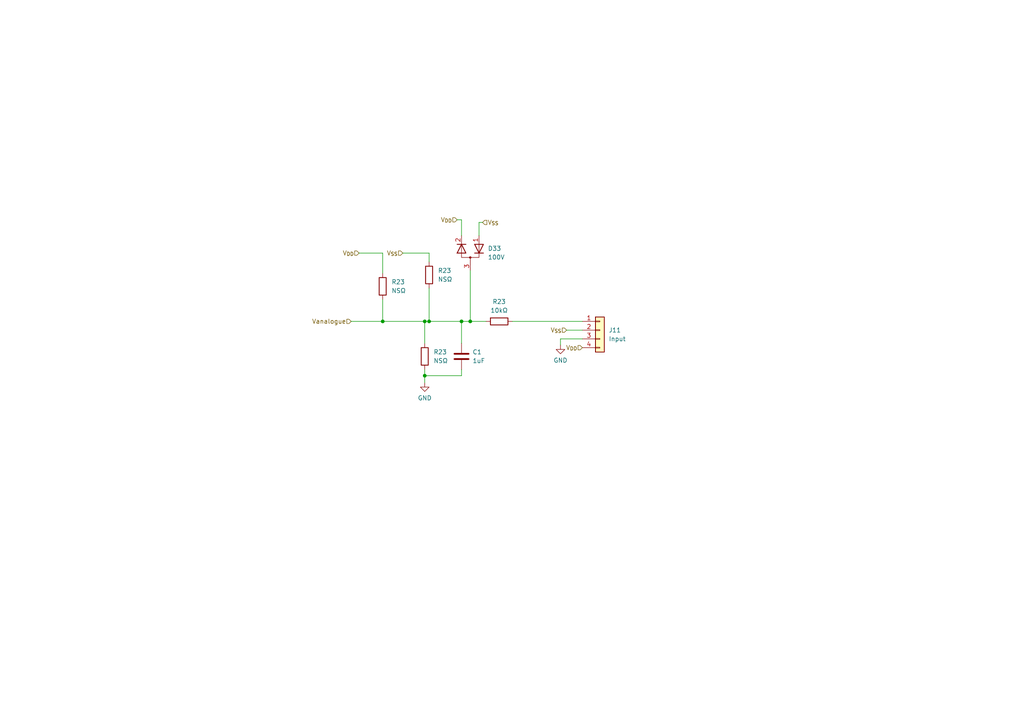
<source format=kicad_sch>
(kicad_sch (version 20230121) (generator eeschema)
  (paper "A4")
  (lib_symbols
    (symbol "Connector_Generic:Conn_01x04" (pin_names (offset 1.016) hide)
      (property "Reference" "J" (at 0 5.08 0))
      (property "Value" "Conn_01x04" (at 0 -7.62 0))
      (symbol "Conn_01x04_1_1"
        (rectangle (start -1.27 -4.953) (end 0 -5.207) (stroke (width 0.1524)))
        (rectangle (start -1.27 -2.413) (end 0 -2.667) (stroke (width 0.1524)))
        (rectangle (start -1.27 0.127) (end 0 -0.127) (stroke (width 0.1524)))
        (rectangle (start -1.27 2.667) (end 0 2.413) (stroke (width 0.1524)))
        (rectangle (start -1.27 3.81) (end 1.27 -6.35) (stroke (width 0.254)) (fill (type background)))
        (pin passive line (at -5.08 2.54 0) (length 3.81) (name "Pin_1") (number "1"))
        (pin passive line (at -5.08 0 0) (length 3.81) (name "Pin_2") (number "2"))
        (pin passive line (at -5.08 -2.54 0) (length 3.81) (name "Pin_3") (number "3"))
        (pin passive line (at -5.08 -5.08 0) (length 3.81) (name "Pin_4") (number "4"))
      )
    )
    (symbol "Device:C" (pin_numbers hide) (pin_names (offset 0.254))
      (property "Reference" "C" (at 0.635 2.54 0))
      (property "Value" "C" (at 0.635 -2.54 0))
      (symbol "C_0_1"
        (polyline (pts (xy -2.032 -0.762) (xy 2.032 -0.762)) (stroke (width 0.508)))
        (polyline (pts (xy -2.032 0.762) (xy 2.032 0.762)) (stroke (width 0.508)))
      )
      (symbol "C_1_1"
        (pin passive line (at 0 3.81 270) (length 2.794) (name "~") (number "1"))
        (pin passive line (at 0 -3.81 90) (length 2.794) (name "~") (number "2"))
      )
    )
    (symbol "Device:D_Dual_Series_AKC_Parallel" (pin_names (offset 0.762) hide)
      (property "Reference" "D" (at 0 5.08 0))
      (property "Value" "D_Dual_Series_AKC_Parallel" (at 0 -5.08 0))
      (symbol "D_Dual_Series_AKC_Parallel_0_0"
        (polyline (pts (xy 0 -1.27) (xy 0 -3.81)) (stroke (width 0.254)))
        (polyline (pts (xy 2.54 3.81) (xy 2.54 1.27)) (stroke (width 0.254)))
      )
      (symbol "D_Dual_Series_AKC_Parallel_0_1"
        (circle (center -1.27 0) (radius 0.254) (fill (type outline)))
        (polyline (pts (xy -1.27 0) (xy -2.54 0)))
        (polyline (pts (xy 2.54 2.54) (xy -1.27 2.54) (xy -1.27 -2.54) (xy 2.54 -2.54)))
        (polyline (pts (xy 0 3.81) (xy 2.54 2.54) (xy 0 1.27) (xy 0 3.81) (xy 0 3.81) (xy 0 3.81)) (stroke (width 0.254)))
        (polyline (pts (xy 2.54 -1.27) (xy 0 -2.54) (xy 2.54 -3.81) (xy 2.54 -1.27) (xy 2.54 -1.27) (xy 2.54 -1.27)) (stroke (width 0.254)))
        (pin passive line (at 5.08 -2.54 180) (length 2.54) (name "K") (number "1"))
        (pin passive line (at 5.08 2.54 180) (length 2.54) (name "K") (number "2"))
        (pin passive line (at -5.08 0 0) (length 2.54) (name "A") (number "3"))
      )
    )
    (symbol "Device:R" (pin_numbers hide) (pin_names (offset 0))
      (property "Reference" "R" (at 2.032 0 90))
      (property "Value" "R" (at 0 0 90))
      (symbol "R_0_1"
        (rectangle (start -1.016 -2.54) (end 1.016 2.54) (stroke (width 0.254)))
      )
      (symbol "R_1_1"
        (pin passive line (at 0 3.81 270) (length 1.27) (name "~") (number "1"))
        (pin passive line (at 0 -3.81 90) (length 1.27) (name "~") (number "2"))
      )
    )
    (symbol "power:GND" (power) (pin_names (offset 0))
      (property "Value" "GND" (at 0 -3.81 0))
      (symbol "GND_0_1"
        (polyline (pts (xy 0 0) (xy 0 -1.27) (xy 1.27 -1.27) (xy 0 -2.54) (xy -1.27 -1.27) (xy 0 -1.27)))
      )
      (symbol "GND_1_1"
        (pin power_in line (at 0 0 270) (length 0) hide (name "GND") (number "1"))
      )
    )
  )
  (junction (at 123.19 93.218))
  (junction (at 136.398 93.218))
  (junction (at 110.998 93.218))
  (junction (at 123.19 108.966))
  (junction (at 124.46 93.218))
  (junction (at 133.858 93.218))
  (wire (pts (xy 136.398 78.486) (xy 136.398 93.218)))
  (wire (pts (xy 110.998 86.868) (xy 110.998 93.218)))
  (wire (pts (xy 124.46 73.406) (xy 124.46 75.946)))
  (wire (pts (xy 148.59 93.218) (xy 168.91 93.218)))
  (wire (pts (xy 101.854 93.218) (xy 110.998 93.218)))
  (wire (pts (xy 123.19 99.568) (xy 123.19 93.218)))
  (wire (pts (xy 133.858 108.966) (xy 133.858 107.188)))
  (wire (pts (xy 133.858 93.218) (xy 136.398 93.218)))
  (wire (pts (xy 116.84 73.406) (xy 124.46 73.406)))
  (wire (pts (xy 138.938 64.516) (xy 138.938 68.326)))
  (wire (pts (xy 123.19 93.218) (xy 124.46 93.218)))
  (wire (pts (xy 133.858 63.754) (xy 133.858 68.326)))
  (wire (pts (xy 136.398 93.218) (xy 140.97 93.218)))
  (wire (pts (xy 110.998 73.406) (xy 104.14 73.406)))
  (wire (pts (xy 164.338 95.758) (xy 168.91 95.758)))
  (wire (pts (xy 123.19 108.966) (xy 133.858 108.966)))
  (wire (pts (xy 162.56 98.298) (xy 168.91 98.298)))
  (wire (pts (xy 132.588 63.754) (xy 133.858 63.754)))
  (wire (pts (xy 123.19 108.966) (xy 123.19 110.998)))
  (wire (pts (xy 124.46 83.566) (xy 124.46 93.218)))
  (wire (pts (xy 139.954 64.516) (xy 138.938 64.516)))
  (wire (pts (xy 110.998 79.248) (xy 110.998 73.406)))
  (wire (pts (xy 110.998 93.218) (xy 123.19 93.218)))
  (wire (pts (xy 133.858 93.218) (xy 133.858 99.568)))
  (wire (pts (xy 162.56 100.076) (xy 162.56 98.298)))
  (wire (pts (xy 123.19 107.188) (xy 123.19 108.966)))
  (wire (pts (xy 124.46 93.218) (xy 133.858 93.218)))
  (hierarchical_label "V_{DD}" (shape input) (at 132.588 63.754 180))
  (hierarchical_label "V_{SS}" (shape input) (at 116.84 73.406 180))
  (hierarchical_label "V_{SS}" (shape input) (at 164.338 95.758 180))
  (hierarchical_label "Vanalogue" (shape input) (at 101.854 93.218 180))
  (hierarchical_label "V_{DD}" (shape input) (at 104.14 73.406 180))
  (hierarchical_label "V_{SS}" (shape input) (at 139.954 64.516 0))
  (hierarchical_label "V_{DD}" (shape input) (at 168.91 100.838 180))
  (symbol (lib_id "Connector_Generic:Conn_01x04") (at 173.99 95.758 0) (unit 1)
    (property "Reference" "J11" (at 176.53 95.758 0) (effects (justify left)))
    (property "Value" "Input" (at 176.53 98.298 0) (effects (justify left)))
    (property "Footprint" "Connector_PinHeader_2.54mm:PinHeader_1x04_P2.54mm_Vertical" (effects hide))
    (instances (project "ADS1219Module" (path "" (reference "J11") (unit 1)) (path "" (reference "J12") (unit 1)) (path "" (reference "J13") (unit 1)) (path "" (reference "J14") (unit 1))))
  )
  (symbol (lib_id "Device:D_Dual_Series_AKC_Parallel") (at 136.398 73.406 90) (unit 1)
    (property "Reference" "D33" (at 141.478 72.0725 90) (effects (justify right)))
    (property "Value" "100V" (at 141.478 74.6125 90) (effects (justify right)))
    (property "Footprint" "Package_TO_SOT_SMD:SOT-23-3" (effects hide))
    (instances (project "ADS1219Module" (path "" (reference "D33") (unit 1)) (path "" (reference "D2") (unit 1)) (path "" (reference "D7") (unit 1)) (path "" (reference "D8") (unit 1)) (path "" (reference "D9") (unit 1)) (path "" (reference "D10") (unit 1))))
  )
  (symbol (lib_id "Device:R") (at 144.78 93.218 270) (mirror x) (unit 1)
    (property "Reference" "R23" (at 144.78 87.503 90))
    (property "Value" "10kΩ" (at 144.78 90.043 90))
    (property "Footprint" "Resistor_SMD:R_0805_2012Metric" (effects hide))
    (instances (project "ADS1219Module" (path "" (reference "R23") (unit 1)) (path "" (reference "R4") (unit 1)) (path "" (reference "R18") (unit 1)) (path "" (reference "R17") (unit 1)) (path "" (reference "R23") (unit 1)) (path "" (reference "R26") (unit 1)) (path "" (reference "R29") (unit 1))))
  )
  (symbol (lib_id "Device:R") (at 124.46 79.756 0) (mirror y) (unit 1)
    (property "Reference" "R23" (at 127 78.486 0) (effects (justify right)))
    (property "Value" "NSΩ" (at 127 81.026 0) (effects (justify right)))
    (property "Footprint" "Resistor_SMD:R_0805_2012Metric" (effects hide))
    (instances (project "ADS1219Module" (path "" (reference "R23") (unit 1)) (path "" (reference "R4") (unit 1)) (path "" (reference "R18") (unit 1)) (path "" (reference "R20") (unit 1)) (path "" (reference "R22") (unit 1)) (path "" (reference "R25") (unit 1)) (path "" (reference "R28") (unit 1))))
  )
  (symbol (lib_id "power:GND") (at 123.19 110.998 0) (unit 1)
    (property "Reference" "#PWR046" (effects hide))
    (property "Value" "GND" (at 123.19 115.443 0))
    (instances (project "ADS1219Module" (path "" (reference "#PWR046") (unit 1)) (path "" (reference "#PWR051") (unit 1)) (path "" (reference "#PWR055") (unit 1)) (path "" (reference "#PWR059") (unit 1))))
  )
  (symbol (lib_id "Device:R") (at 123.19 103.378 0) (mirror y) (unit 1)
    (property "Reference" "R23" (at 125.73 102.108 0) (effects (justify right)))
    (property "Value" "NSΩ" (at 125.73 104.648 0) (effects (justify right)))
    (property "Footprint" "Resistor_SMD:R_0805_2012Metric" (effects hide))
    (instances (project "ADS1219Module" (path "" (reference "R23") (unit 1)) (path "" (reference "R4") (unit 1)) (path "" (reference "R18") (unit 1)) (path "" (reference "R19") (unit 1)) (path "" (reference "R21") (unit 1)) (path "" (reference "R24") (unit 1)) (path "" (reference "R27") (unit 1))))
  )
  (symbol (lib_id "power:GND") (at 162.56 100.076 0) (unit 1)
    (property "Reference" "#PWR043" (effects hide))
    (property "Value" "GND" (at 162.56 104.521 0))
    (instances (project "ADS1219Module" (path "" (reference "#PWR043") (unit 1)) (path "" (reference "#PWR054") (unit 1)) (path "" (reference "#PWR058") (unit 1)) (path "" (reference "#PWR062") (unit 1))))
  )
  (symbol (lib_id "Device:C") (at 133.858 103.378 0) (unit 1)
    (property "Reference" "C1" (at 137.033 102.108 0) (effects (justify left)))
    (property "Value" "1uF" (at 137.033 104.648 0) (effects (justify left)))
    (property "Footprint" "Capacitor_SMD:C_0805_2012Metric" (effects hide))
    (instances (project "ADS1219Module" (path "" (reference "C1") (unit 1)) (path "" (reference "C3") (unit 1)) (path "" (reference "C11") (unit 1)) (path "" (reference "C16") (unit 1)) (path "" (reference "C17") (unit 1)) (path "" (reference "C18") (unit 1)) (path "" (reference "C19") (unit 1))))
  )
  (symbol (lib_id "Device:R") (at 110.998 83.058 0) (mirror y) (unit 1)
    (property "Reference" "R23" (at 113.538 81.788 0) (effects (justify right)))
    (property "Value" "NSΩ" (at 113.538 84.328 0) (effects (justify right)))
    (property "Footprint" "Resistor_SMD:R_0805_2012Metric" (effects hide))
    (instances (project "ADS1219Module" (path "" (reference "R23") (unit 1)) (path "" (reference "R4") (unit 1)) (path "" (reference "R18") (unit 1)) (path "" (reference "R35") (unit 1)) (path "" (reference "R33") (unit 1)) (path "" (reference "R34") (unit 1)) (path "" (reference "R36") (unit 1))))
  )
)
</source>
